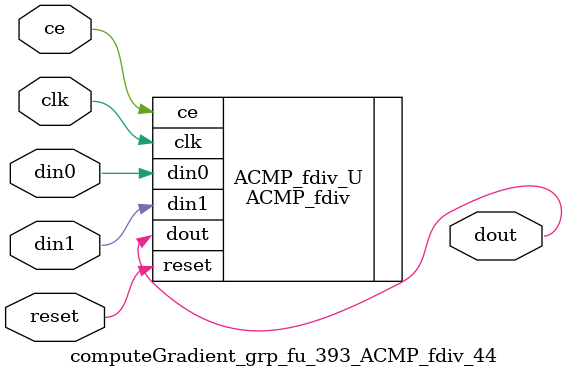
<source format=v>

`timescale 1 ns / 1 ps
module computeGradient_grp_fu_393_ACMP_fdiv_44(
    clk,
    reset,
    ce,
    din0,
    din1,
    dout);

parameter ID = 32'd1;
parameter NUM_STAGE = 32'd1;
parameter din0_WIDTH = 32'd1;
parameter din1_WIDTH = 32'd1;
parameter dout_WIDTH = 32'd1;
input clk;
input reset;
input ce;
input[din0_WIDTH - 1:0] din0;
input[din1_WIDTH - 1:0] din1;
output[dout_WIDTH - 1:0] dout;



ACMP_fdiv #(
.ID( ID ),
.NUM_STAGE( 10 ),
.din0_WIDTH( din0_WIDTH ),
.din1_WIDTH( din1_WIDTH ),
.dout_WIDTH( dout_WIDTH ))
ACMP_fdiv_U(
    .clk( clk ),
    .reset( reset ),
    .ce( ce ),
    .din0( din0 ),
    .din1( din1 ),
    .dout( dout ));

endmodule

</source>
